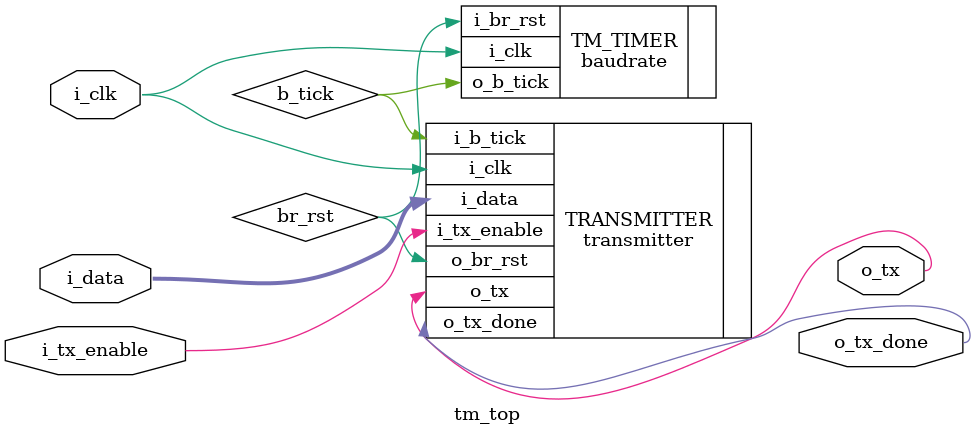
<source format=sv>
`timescale 1ns / 1ps

module tm_top
    #(parameter clk_speed = 100_000000,
                baudrate = 921600,
                D_BITS = 8,
                SP_BITS = 1)
    (
    input logic i_clk,
    input logic i_tx_enable,
    input logic [D_BITS - 1:0] i_data,
    output logic o_tx,
    output logic o_tx_done
    );
    
    logic br_rst, b_tick;
    
    
    baudrate TM_TIMER(
        .i_clk(i_clk),
        .i_br_rst(br_rst),
        .o_b_tick(b_tick)
    );
    
    transmitter TRANSMITTER(
        .i_clk(i_clk),
        .i_data(i_data),
        .i_tx_enable(i_tx_enable),
        .i_b_tick(b_tick),
        .o_br_rst(br_rst),
        .o_tx(o_tx),
        .o_tx_done(o_tx_done)
    );
    
endmodule

</source>
